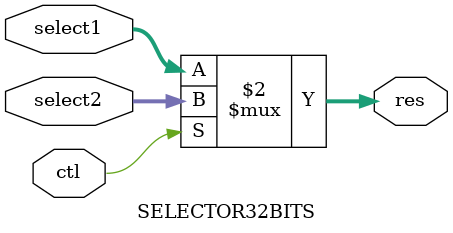
<source format=v>
`timescale 1ns / 1ps


module SELECTOR32BITS(
    input [31:0] select1,
    input [31:0] select2,
    input ctl,
    output [31:0] res
    );
    
    assign res = (ctl == 0)? select1 : select2;
endmodule

</source>
